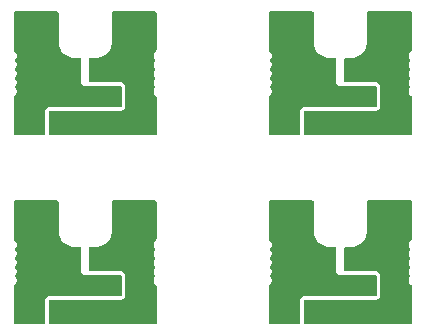
<source format=gbl>
G04 #@! TF.GenerationSoftware,KiCad,Pcbnew,(7.0.0-0)*
G04 #@! TF.CreationDate,2025-07-24T17:03:06+12:00*
G04 #@! TF.ProjectId,12V_light_panelized_X4,3132565f-6c69-4676-9874-5f70616e656c,rev?*
G04 #@! TF.SameCoordinates,Original*
G04 #@! TF.FileFunction,Copper,L2,Bot*
G04 #@! TF.FilePolarity,Positive*
%FSLAX46Y46*%
G04 Gerber Fmt 4.6, Leading zero omitted, Abs format (unit mm)*
G04 Created by KiCad (PCBNEW (7.0.0-0)) date 2025-07-24 17:03:06*
%MOMM*%
%LPD*%
G01*
G04 APERTURE LIST*
G04 #@! TA.AperFunction,ViaPad*
%ADD10C,0.600000*%
G04 #@! TD*
G04 APERTURE END LIST*
D10*
X145450000Y-73150000D03*
X150550000Y-70050000D03*
X142900000Y-67950000D03*
X153100000Y-67950000D03*
X145450000Y-72350000D03*
X142900000Y-68750000D03*
X150550000Y-70850000D03*
X153100000Y-68750000D03*
X174700000Y-68750000D03*
X174700000Y-67950000D03*
X172150000Y-70850000D03*
X164500000Y-68750000D03*
X167050000Y-72350000D03*
X164500000Y-67950000D03*
X172150000Y-70050000D03*
X167050000Y-73150000D03*
X167050000Y-89150000D03*
X172150000Y-86050000D03*
X164500000Y-83950000D03*
X167050000Y-88350000D03*
X164500000Y-84750000D03*
X172150000Y-86850000D03*
X174700000Y-83950000D03*
X174700000Y-84750000D03*
X142900000Y-84750000D03*
X142900000Y-83950000D03*
X150550000Y-86050000D03*
X150550000Y-86850000D03*
X145450000Y-89150000D03*
X145450000Y-88350000D03*
X153100000Y-84750000D03*
X153100000Y-83950000D03*
G04 #@! TA.AperFunction,Conductor*
G36*
X145700036Y-79263764D02*
G01*
X145736273Y-79300001D01*
X145749536Y-79349501D01*
X145749536Y-81899863D01*
X145749518Y-81900001D01*
X145749499Y-81900001D01*
X145749499Y-81998420D01*
X145750107Y-82002264D01*
X145750108Y-82002265D01*
X145779683Y-82188994D01*
X145779685Y-82189003D01*
X145780292Y-82192834D01*
X145781492Y-82196527D01*
X145781493Y-82196531D01*
X145838775Y-82372823D01*
X145841120Y-82380037D01*
X145842888Y-82383507D01*
X145842889Y-82383509D01*
X145928088Y-82550719D01*
X145930484Y-82555420D01*
X145932772Y-82558569D01*
X146017242Y-82674829D01*
X146046185Y-82714663D01*
X146185372Y-82853845D01*
X146344620Y-82969540D01*
X146520006Y-83058898D01*
X146707211Y-83119719D01*
X146901626Y-83150505D01*
X147000045Y-83150501D01*
X147551000Y-83150501D01*
X147600500Y-83163764D01*
X147636737Y-83200001D01*
X147650000Y-83249501D01*
X147650000Y-85450000D01*
X147679289Y-85520711D01*
X147750000Y-85550000D01*
X150980309Y-85550000D01*
X151018192Y-85557535D01*
X151032826Y-85563596D01*
X151064941Y-85585055D01*
X151086401Y-85617170D01*
X151092463Y-85631805D01*
X151100000Y-85669691D01*
X151100000Y-87230309D01*
X151092462Y-87268197D01*
X151089458Y-87275448D01*
X151086401Y-87282830D01*
X151064943Y-87314943D01*
X151032830Y-87336401D01*
X151025448Y-87339458D01*
X151018197Y-87342462D01*
X150980309Y-87350000D01*
X144700000Y-87350000D01*
X144690990Y-87353731D01*
X144690989Y-87353732D01*
X144638297Y-87375557D01*
X144638293Y-87375559D01*
X144629289Y-87379289D01*
X144625559Y-87388293D01*
X144625557Y-87388297D01*
X144603732Y-87440989D01*
X144600000Y-87450000D01*
X144600000Y-87459752D01*
X144600000Y-89650501D01*
X144586737Y-89700001D01*
X144550500Y-89736238D01*
X144501000Y-89749501D01*
X142049536Y-89749501D01*
X142000036Y-89736238D01*
X141963800Y-89700001D01*
X141950536Y-89650501D01*
X141950533Y-86490411D01*
X141959480Y-86449285D01*
X141984698Y-86415595D01*
X142082179Y-86331129D01*
X142159989Y-86210054D01*
X142200536Y-86071962D01*
X142200536Y-85928040D01*
X142159989Y-85789948D01*
X142088379Y-85678521D01*
X142072664Y-85624999D01*
X142088378Y-85571478D01*
X142159987Y-85460054D01*
X142200534Y-85321962D01*
X142200534Y-85178040D01*
X142159987Y-85039948D01*
X142088384Y-84928532D01*
X142072669Y-84875010D01*
X142088385Y-84821487D01*
X142159987Y-84710072D01*
X142200534Y-84571980D01*
X142200534Y-84428058D01*
X142159987Y-84289966D01*
X142088372Y-84178530D01*
X142072657Y-84125010D01*
X142088372Y-84071489D01*
X142159987Y-83960054D01*
X142200534Y-83821962D01*
X142200534Y-83678040D01*
X142159987Y-83539948D01*
X142088378Y-83428522D01*
X142072663Y-83375001D01*
X142088378Y-83321479D01*
X142159987Y-83210054D01*
X142200534Y-83071962D01*
X142200534Y-82928040D01*
X142159987Y-82789948D01*
X142149303Y-82773324D01*
X142086005Y-82674829D01*
X142086003Y-82674827D01*
X142082177Y-82668873D01*
X141984702Y-82584411D01*
X141959481Y-82550719D01*
X141950534Y-82509593D01*
X141950534Y-82499501D01*
X141950536Y-79349501D01*
X141963800Y-79300001D01*
X142000036Y-79263764D01*
X142049536Y-79250501D01*
X145650536Y-79250501D01*
X145700036Y-79263764D01*
G37*
G04 #@! TD.AperFunction*
G04 #@! TA.AperFunction,Conductor*
G36*
X154000036Y-79263764D02*
G01*
X154036272Y-79300001D01*
X154049536Y-79349501D01*
X154049539Y-82499501D01*
X154049539Y-82499967D01*
X154049538Y-82509600D01*
X154040590Y-82550721D01*
X154015369Y-82584409D01*
X153923244Y-82664235D01*
X153923239Y-82664240D01*
X153917893Y-82668873D01*
X153914069Y-82674823D01*
X153914064Y-82674829D01*
X153843911Y-82783990D01*
X153843908Y-82783995D01*
X153840083Y-82789948D01*
X153838089Y-82796738D01*
X153838088Y-82796741D01*
X153816287Y-82870989D01*
X153799536Y-82928040D01*
X153799536Y-83071962D01*
X153840083Y-83210054D01*
X153843910Y-83216009D01*
X153843911Y-83216011D01*
X153911691Y-83321479D01*
X153927407Y-83375002D01*
X153911691Y-83428525D01*
X153840085Y-83539948D01*
X153838091Y-83546738D01*
X153838090Y-83546741D01*
X153802438Y-83668163D01*
X153799538Y-83678040D01*
X153799538Y-83821962D01*
X153840085Y-83960054D01*
X153843912Y-83966009D01*
X153843913Y-83966011D01*
X153911686Y-84071468D01*
X153927402Y-84124991D01*
X153911687Y-84178514D01*
X153864923Y-84251280D01*
X153840085Y-84289930D01*
X153799538Y-84428022D01*
X153799538Y-84571944D01*
X153840085Y-84710036D01*
X153843912Y-84715991D01*
X153843913Y-84715993D01*
X153911698Y-84821469D01*
X153927414Y-84874992D01*
X153911698Y-84928515D01*
X153843913Y-85033990D01*
X153843910Y-85033995D01*
X153840085Y-85039948D01*
X153838091Y-85046738D01*
X153838090Y-85046741D01*
X153801532Y-85171248D01*
X153799538Y-85178040D01*
X153799538Y-85321962D01*
X153801532Y-85328753D01*
X153824304Y-85406310D01*
X153840085Y-85460054D01*
X153843912Y-85466009D01*
X153843913Y-85466011D01*
X153911692Y-85571478D01*
X153927408Y-85625001D01*
X153911692Y-85678524D01*
X153843913Y-85783990D01*
X153843910Y-85783995D01*
X153840085Y-85789948D01*
X153799538Y-85928040D01*
X153799538Y-86071962D01*
X153840085Y-86210054D01*
X153843912Y-86216009D01*
X153843913Y-86216011D01*
X153914066Y-86325172D01*
X153914068Y-86325175D01*
X153917895Y-86331129D01*
X153963069Y-86370272D01*
X154015368Y-86415590D01*
X154040591Y-86449283D01*
X154049537Y-86490409D01*
X154049536Y-89650501D01*
X154036273Y-89700001D01*
X154000036Y-89736238D01*
X153950536Y-89749501D01*
X145004500Y-89749501D01*
X144955000Y-89736238D01*
X144918763Y-89700001D01*
X144905500Y-89650501D01*
X144905500Y-87756413D01*
X144913026Y-87718552D01*
X144913586Y-87717199D01*
X144935056Y-87685056D01*
X144967197Y-87663587D01*
X144968551Y-87663026D01*
X145006413Y-87655500D01*
X150977872Y-87655500D01*
X150980309Y-87655500D01*
X151031293Y-87650476D01*
X151041000Y-87650000D01*
X151053721Y-87650000D01*
X151058579Y-87650000D01*
X151096847Y-87642388D01*
X151104954Y-87636970D01*
X151113964Y-87633239D01*
X151114028Y-87633395D01*
X151127552Y-87626999D01*
X151128204Y-87626801D01*
X151135104Y-87624708D01*
X151149737Y-87618647D01*
X151202561Y-87590412D01*
X151234674Y-87568954D01*
X151280964Y-87530964D01*
X151318954Y-87484674D01*
X151340412Y-87452561D01*
X151368647Y-87399737D01*
X151374708Y-87385104D01*
X151376998Y-87377552D01*
X151383395Y-87364028D01*
X151383239Y-87363964D01*
X151386970Y-87354954D01*
X151392388Y-87346847D01*
X151400000Y-87308579D01*
X151400000Y-87291000D01*
X151400477Y-87281293D01*
X151405261Y-87232734D01*
X151405500Y-87230309D01*
X151405500Y-85669691D01*
X151400477Y-85618701D01*
X151400000Y-85608996D01*
X151400000Y-85596279D01*
X151400000Y-85591421D01*
X151392388Y-85553153D01*
X151386971Y-85545046D01*
X151383240Y-85536038D01*
X151383395Y-85535973D01*
X151377001Y-85522452D01*
X151375412Y-85517216D01*
X151374708Y-85514895D01*
X151368646Y-85500260D01*
X151340410Y-85447435D01*
X151318950Y-85415320D01*
X151303450Y-85396435D01*
X151284050Y-85372797D01*
X151280960Y-85369032D01*
X151277195Y-85365942D01*
X151236552Y-85332587D01*
X151236545Y-85332582D01*
X151234670Y-85331043D01*
X151207946Y-85313186D01*
X151204576Y-85310934D01*
X151204569Y-85310930D01*
X151202555Y-85309584D01*
X151200420Y-85308443D01*
X151200412Y-85308438D01*
X151151875Y-85282495D01*
X151151864Y-85282490D01*
X151149726Y-85281347D01*
X151147473Y-85280414D01*
X151147467Y-85280411D01*
X151137341Y-85276217D01*
X151137332Y-85276213D01*
X151135092Y-85275286D01*
X151127543Y-85272996D01*
X151114027Y-85266603D01*
X151113962Y-85266761D01*
X151104956Y-85263030D01*
X151096847Y-85257612D01*
X151087283Y-85255709D01*
X151087282Y-85255709D01*
X151063342Y-85250947D01*
X151063337Y-85250946D01*
X151058579Y-85250000D01*
X151053721Y-85250000D01*
X151041017Y-85250000D01*
X151031315Y-85249523D01*
X150982742Y-85244739D01*
X150982729Y-85244738D01*
X150980309Y-85244500D01*
X150977868Y-85244500D01*
X148456413Y-85244500D01*
X148418495Y-85236950D01*
X148417142Y-85236389D01*
X148385044Y-85214930D01*
X148363596Y-85182825D01*
X148357536Y-85168195D01*
X148350000Y-85130309D01*
X148350000Y-83249501D01*
X148363263Y-83200001D01*
X148399500Y-83163764D01*
X148449000Y-83150501D01*
X148955872Y-83150501D01*
X148955875Y-83150502D01*
X148999915Y-83150501D01*
X149000045Y-83150518D01*
X149000045Y-83150536D01*
X149098462Y-83150533D01*
X149292872Y-83119735D01*
X149480070Y-83058904D01*
X149655448Y-82969539D01*
X149814688Y-82853840D01*
X149953868Y-82714655D01*
X150069562Y-82555411D01*
X150158921Y-82380030D01*
X150219745Y-82192829D01*
X150250536Y-81998418D01*
X150250536Y-81900001D01*
X150250536Y-81855831D01*
X150250536Y-79349501D01*
X150263799Y-79300001D01*
X150300036Y-79263764D01*
X150349536Y-79250501D01*
X153950536Y-79250501D01*
X154000036Y-79263764D01*
G37*
G04 #@! TD.AperFunction*
G04 #@! TA.AperFunction,Conductor*
G36*
X147669577Y-85273607D02*
G01*
X147726393Y-85385114D01*
X147814886Y-85473607D01*
X147926393Y-85530423D01*
X148050000Y-85550000D01*
X147650000Y-85550000D01*
X147650000Y-85150000D01*
X147669577Y-85273607D01*
G37*
G04 #@! TD.AperFunction*
G04 #@! TA.AperFunction,Conductor*
G36*
X144996156Y-87350608D02*
G01*
X144996153Y-87350609D01*
X144884087Y-87368358D01*
X144884084Y-87368358D01*
X144876393Y-87369577D01*
X144869455Y-87373111D01*
X144869452Y-87373113D01*
X144771825Y-87422857D01*
X144771823Y-87422858D01*
X144764886Y-87426393D01*
X144759382Y-87431896D01*
X144759379Y-87431899D01*
X144681899Y-87509379D01*
X144681896Y-87509382D01*
X144676393Y-87514886D01*
X144672858Y-87521823D01*
X144672857Y-87521825D01*
X144623113Y-87619452D01*
X144623111Y-87619455D01*
X144619577Y-87626393D01*
X144600000Y-87750000D01*
X144600000Y-87350000D01*
X145000000Y-87350000D01*
X144996156Y-87350608D01*
G37*
G04 #@! TD.AperFunction*
G04 #@! TA.AperFunction,Conductor*
G36*
X169269577Y-85273607D02*
G01*
X169326393Y-85385114D01*
X169414886Y-85473607D01*
X169526393Y-85530423D01*
X169650000Y-85550000D01*
X169250000Y-85550000D01*
X169250000Y-85150000D01*
X169269577Y-85273607D01*
G37*
G04 #@! TD.AperFunction*
G04 #@! TA.AperFunction,Conductor*
G36*
X167300000Y-79263763D02*
G01*
X167336237Y-79300000D01*
X167349500Y-79349500D01*
X167349500Y-81855830D01*
X167349500Y-81900000D01*
X167349500Y-81998417D01*
X167350108Y-82002261D01*
X167350109Y-82002263D01*
X167379681Y-82188979D01*
X167379683Y-82188987D01*
X167380291Y-82192826D01*
X167381492Y-82196523D01*
X167381493Y-82196526D01*
X167439913Y-82376325D01*
X167439916Y-82376333D01*
X167441116Y-82380025D01*
X167442881Y-82383490D01*
X167442882Y-82383491D01*
X167528087Y-82550718D01*
X167530476Y-82555405D01*
X167646172Y-82714646D01*
X167785354Y-82853828D01*
X167944595Y-82969524D01*
X168119975Y-83058884D01*
X168307174Y-83119709D01*
X168501583Y-83150500D01*
X168505476Y-83150500D01*
X169151000Y-83150500D01*
X169200500Y-83163763D01*
X169236737Y-83200000D01*
X169250000Y-83249500D01*
X169250000Y-85450000D01*
X169279289Y-85520711D01*
X169350000Y-85550000D01*
X172580309Y-85550000D01*
X172618192Y-85557535D01*
X172632826Y-85563596D01*
X172664941Y-85585055D01*
X172686401Y-85617170D01*
X172692463Y-85631805D01*
X172700000Y-85669691D01*
X172700000Y-87230309D01*
X172692462Y-87268197D01*
X172689458Y-87275448D01*
X172686401Y-87282830D01*
X172664943Y-87314943D01*
X172632830Y-87336401D01*
X172625448Y-87339458D01*
X172618197Y-87342462D01*
X172580309Y-87350000D01*
X166300000Y-87350000D01*
X166290990Y-87353731D01*
X166290989Y-87353732D01*
X166238297Y-87375557D01*
X166238293Y-87375559D01*
X166229289Y-87379289D01*
X166225559Y-87388293D01*
X166225557Y-87388297D01*
X166203732Y-87440989D01*
X166200000Y-87450000D01*
X166200000Y-87459752D01*
X166200000Y-89650500D01*
X166186737Y-89700000D01*
X166150500Y-89736237D01*
X166101000Y-89749500D01*
X163649500Y-89749500D01*
X163600000Y-89736237D01*
X163563764Y-89700000D01*
X163550500Y-89650500D01*
X163550497Y-86490410D01*
X163559444Y-86449284D01*
X163584662Y-86415594D01*
X163682143Y-86331128D01*
X163759953Y-86210053D01*
X163800500Y-86071961D01*
X163800500Y-85928039D01*
X163759953Y-85789947D01*
X163688343Y-85678520D01*
X163672628Y-85624998D01*
X163688342Y-85571477D01*
X163759951Y-85460053D01*
X163800498Y-85321961D01*
X163800498Y-85178039D01*
X163759951Y-85039947D01*
X163688348Y-84928531D01*
X163672633Y-84875009D01*
X163688349Y-84821486D01*
X163759951Y-84710071D01*
X163800498Y-84571979D01*
X163800498Y-84428057D01*
X163759951Y-84289965D01*
X163688336Y-84178529D01*
X163672621Y-84125009D01*
X163688336Y-84071488D01*
X163759951Y-83960053D01*
X163800498Y-83821961D01*
X163800498Y-83678039D01*
X163759951Y-83539947D01*
X163688342Y-83428521D01*
X163672627Y-83375000D01*
X163688342Y-83321478D01*
X163759951Y-83210053D01*
X163800498Y-83071961D01*
X163800498Y-82928039D01*
X163759951Y-82789947D01*
X163682141Y-82668872D01*
X163584666Y-82584410D01*
X163559445Y-82550718D01*
X163550498Y-82509592D01*
X163550498Y-82499500D01*
X163550500Y-79349500D01*
X163563764Y-79300000D01*
X163600000Y-79263763D01*
X163649500Y-79250500D01*
X167250500Y-79250500D01*
X167300000Y-79263763D01*
G37*
G04 #@! TD.AperFunction*
G04 #@! TA.AperFunction,Conductor*
G36*
X175600000Y-79263763D02*
G01*
X175636236Y-79300000D01*
X175649500Y-79349500D01*
X175649503Y-82499500D01*
X175649503Y-82499966D01*
X175649502Y-82509599D01*
X175640554Y-82550720D01*
X175615333Y-82584408D01*
X175523208Y-82664234D01*
X175523203Y-82664239D01*
X175517857Y-82668872D01*
X175514033Y-82674822D01*
X175514028Y-82674828D01*
X175443875Y-82783989D01*
X175443872Y-82783994D01*
X175440047Y-82789947D01*
X175438053Y-82796737D01*
X175438052Y-82796740D01*
X175416251Y-82870988D01*
X175399500Y-82928039D01*
X175399500Y-83071961D01*
X175440047Y-83210053D01*
X175443874Y-83216008D01*
X175443875Y-83216010D01*
X175511655Y-83321478D01*
X175527371Y-83375001D01*
X175511655Y-83428524D01*
X175440049Y-83539947D01*
X175438055Y-83546737D01*
X175438054Y-83546740D01*
X175402402Y-83668162D01*
X175399502Y-83678039D01*
X175399502Y-83821961D01*
X175440049Y-83960053D01*
X175443876Y-83966008D01*
X175443877Y-83966010D01*
X175511650Y-84071467D01*
X175527366Y-84124990D01*
X175511651Y-84178513D01*
X175464887Y-84251279D01*
X175440049Y-84289929D01*
X175399502Y-84428021D01*
X175399502Y-84571943D01*
X175440049Y-84710035D01*
X175443876Y-84715990D01*
X175443877Y-84715992D01*
X175511662Y-84821468D01*
X175527378Y-84874991D01*
X175511662Y-84928514D01*
X175443877Y-85033989D01*
X175443874Y-85033994D01*
X175440049Y-85039947D01*
X175438055Y-85046737D01*
X175438054Y-85046740D01*
X175402402Y-85168163D01*
X175399502Y-85178039D01*
X175399502Y-85321961D01*
X175401496Y-85328752D01*
X175435751Y-85445417D01*
X175440049Y-85460053D01*
X175443876Y-85466008D01*
X175443877Y-85466010D01*
X175511656Y-85571477D01*
X175527372Y-85625000D01*
X175511656Y-85678523D01*
X175443877Y-85783989D01*
X175443874Y-85783994D01*
X175440049Y-85789947D01*
X175399502Y-85928039D01*
X175399502Y-86071961D01*
X175440049Y-86210053D01*
X175443876Y-86216008D01*
X175443877Y-86216010D01*
X175514030Y-86325171D01*
X175514032Y-86325174D01*
X175517859Y-86331128D01*
X175563033Y-86370271D01*
X175615332Y-86415589D01*
X175640555Y-86449282D01*
X175649501Y-86490408D01*
X175649500Y-89650500D01*
X175636237Y-89700000D01*
X175600000Y-89736237D01*
X175550500Y-89749500D01*
X166604500Y-89749500D01*
X166555000Y-89736237D01*
X166518763Y-89700000D01*
X166505500Y-89650500D01*
X166505500Y-87756413D01*
X166513026Y-87718552D01*
X166513586Y-87717199D01*
X166535056Y-87685056D01*
X166567197Y-87663587D01*
X166568551Y-87663026D01*
X166606413Y-87655500D01*
X172577872Y-87655500D01*
X172580309Y-87655500D01*
X172631293Y-87650476D01*
X172641000Y-87650000D01*
X172653721Y-87650000D01*
X172658579Y-87650000D01*
X172696847Y-87642388D01*
X172704954Y-87636970D01*
X172713964Y-87633239D01*
X172714028Y-87633395D01*
X172727552Y-87626999D01*
X172728204Y-87626801D01*
X172735104Y-87624708D01*
X172749737Y-87618647D01*
X172802561Y-87590412D01*
X172834674Y-87568954D01*
X172880964Y-87530964D01*
X172918954Y-87484674D01*
X172940412Y-87452561D01*
X172968647Y-87399737D01*
X172974708Y-87385104D01*
X172976998Y-87377552D01*
X172983395Y-87364028D01*
X172983239Y-87363964D01*
X172986970Y-87354954D01*
X172992388Y-87346847D01*
X173000000Y-87308579D01*
X173000000Y-87291000D01*
X173000477Y-87281293D01*
X173005261Y-87232734D01*
X173005500Y-87230309D01*
X173005500Y-85669691D01*
X173000477Y-85618701D01*
X173000000Y-85608996D01*
X173000000Y-85596279D01*
X173000000Y-85591421D01*
X172992388Y-85553153D01*
X172986971Y-85545046D01*
X172983240Y-85536038D01*
X172983395Y-85535973D01*
X172977001Y-85522452D01*
X172975412Y-85517216D01*
X172974708Y-85514895D01*
X172968646Y-85500260D01*
X172940410Y-85447435D01*
X172918950Y-85415320D01*
X172911554Y-85406309D01*
X172884050Y-85372797D01*
X172880960Y-85369032D01*
X172877195Y-85365942D01*
X172836552Y-85332587D01*
X172836545Y-85332582D01*
X172834670Y-85331043D01*
X172832644Y-85329689D01*
X172804576Y-85310934D01*
X172804569Y-85310930D01*
X172802555Y-85309584D01*
X172800420Y-85308443D01*
X172800412Y-85308438D01*
X172751875Y-85282495D01*
X172751864Y-85282490D01*
X172749726Y-85281347D01*
X172747473Y-85280414D01*
X172747467Y-85280411D01*
X172737341Y-85276217D01*
X172737332Y-85276213D01*
X172735092Y-85275286D01*
X172727543Y-85272996D01*
X172714027Y-85266603D01*
X172713962Y-85266761D01*
X172704956Y-85263030D01*
X172696847Y-85257612D01*
X172687283Y-85255709D01*
X172687282Y-85255709D01*
X172663342Y-85250947D01*
X172663337Y-85250946D01*
X172658579Y-85250000D01*
X172653721Y-85250000D01*
X172641017Y-85250000D01*
X172631315Y-85249523D01*
X172582742Y-85244739D01*
X172582729Y-85244738D01*
X172580309Y-85244500D01*
X172577868Y-85244500D01*
X170056413Y-85244500D01*
X170018495Y-85236950D01*
X170017142Y-85236389D01*
X169985044Y-85214930D01*
X169963596Y-85182825D01*
X169957535Y-85168192D01*
X169950000Y-85130309D01*
X169950000Y-83249500D01*
X169963263Y-83200000D01*
X169999500Y-83163763D01*
X170049000Y-83150500D01*
X170694524Y-83150500D01*
X170698417Y-83150500D01*
X170892826Y-83119709D01*
X171080025Y-83058884D01*
X171255405Y-82969524D01*
X171414646Y-82853828D01*
X171553828Y-82714646D01*
X171669524Y-82555405D01*
X171758884Y-82380025D01*
X171819709Y-82192826D01*
X171850500Y-81998417D01*
X171850500Y-81900000D01*
X171850500Y-81855830D01*
X171850500Y-79349500D01*
X171863763Y-79300000D01*
X171900000Y-79263763D01*
X171949500Y-79250500D01*
X175550500Y-79250500D01*
X175600000Y-79263763D01*
G37*
G04 #@! TD.AperFunction*
G04 #@! TA.AperFunction,Conductor*
G36*
X166596156Y-87350608D02*
G01*
X166596153Y-87350609D01*
X166484087Y-87368358D01*
X166484084Y-87368358D01*
X166476393Y-87369577D01*
X166469455Y-87373111D01*
X166469452Y-87373113D01*
X166371825Y-87422857D01*
X166371823Y-87422858D01*
X166364886Y-87426393D01*
X166359382Y-87431896D01*
X166359379Y-87431899D01*
X166281899Y-87509379D01*
X166281896Y-87509382D01*
X166276393Y-87514886D01*
X166272858Y-87521823D01*
X166272857Y-87521825D01*
X166223113Y-87619452D01*
X166223111Y-87619455D01*
X166219577Y-87626393D01*
X166200000Y-87750000D01*
X166200000Y-87350000D01*
X166600000Y-87350000D01*
X166596156Y-87350608D01*
G37*
G04 #@! TD.AperFunction*
G04 #@! TA.AperFunction,Conductor*
G36*
X166596156Y-71350608D02*
G01*
X166596153Y-71350609D01*
X166484087Y-71368358D01*
X166484084Y-71368358D01*
X166476393Y-71369577D01*
X166469455Y-71373111D01*
X166469452Y-71373113D01*
X166371825Y-71422857D01*
X166371823Y-71422858D01*
X166364886Y-71426393D01*
X166359382Y-71431896D01*
X166359379Y-71431899D01*
X166281899Y-71509379D01*
X166281896Y-71509382D01*
X166276393Y-71514886D01*
X166272858Y-71521823D01*
X166272857Y-71521825D01*
X166223113Y-71619452D01*
X166223111Y-71619455D01*
X166219577Y-71626393D01*
X166200000Y-71750000D01*
X166200000Y-71350000D01*
X166600000Y-71350000D01*
X166596156Y-71350608D01*
G37*
G04 #@! TD.AperFunction*
G04 #@! TA.AperFunction,Conductor*
G36*
X167300035Y-63263801D02*
G01*
X167336272Y-63300038D01*
X167349535Y-63349538D01*
X167349535Y-65855875D01*
X167349534Y-65855878D01*
X167349534Y-65855884D01*
X167349534Y-65855885D01*
X167349534Y-65899779D01*
X167349499Y-65900048D01*
X167349462Y-65900048D01*
X167349462Y-65900333D01*
X167349462Y-65900334D01*
X167349465Y-65994574D01*
X167349465Y-65994584D01*
X167349466Y-65998467D01*
X167350073Y-66002300D01*
X167350074Y-66002309D01*
X167374919Y-66159138D01*
X167380265Y-66192881D01*
X167381468Y-66196583D01*
X167381469Y-66196587D01*
X167438751Y-66372860D01*
X167441099Y-66380083D01*
X167442864Y-66383548D01*
X167442868Y-66383556D01*
X167479714Y-66455863D01*
X167530468Y-66555464D01*
X167539177Y-66567450D01*
X167612897Y-66668910D01*
X167646173Y-66714706D01*
X167785364Y-66853887D01*
X167944614Y-66969580D01*
X168120001Y-67058936D01*
X168307208Y-67119756D01*
X168501624Y-67150542D01*
X168600044Y-67150538D01*
X169151000Y-67150538D01*
X169200500Y-67163801D01*
X169236737Y-67200038D01*
X169250000Y-67249538D01*
X169250000Y-69450000D01*
X169253731Y-69459009D01*
X169253732Y-69459010D01*
X169256645Y-69466044D01*
X169279289Y-69520711D01*
X169350000Y-69550000D01*
X172580309Y-69550000D01*
X172618192Y-69557535D01*
X172632826Y-69563596D01*
X172664941Y-69585055D01*
X172686401Y-69617170D01*
X172692463Y-69631805D01*
X172700000Y-69669691D01*
X172700000Y-71230309D01*
X172692462Y-71268197D01*
X172689458Y-71275448D01*
X172686401Y-71282830D01*
X172664943Y-71314943D01*
X172632830Y-71336401D01*
X172625448Y-71339458D01*
X172618197Y-71342462D01*
X172580309Y-71350000D01*
X166300000Y-71350000D01*
X166290990Y-71353731D01*
X166290989Y-71353732D01*
X166238297Y-71375557D01*
X166238293Y-71375559D01*
X166229289Y-71379289D01*
X166225559Y-71388293D01*
X166225557Y-71388297D01*
X166203732Y-71440989D01*
X166200000Y-71450000D01*
X166200000Y-71459752D01*
X166200000Y-73650538D01*
X166186737Y-73700038D01*
X166150500Y-73736275D01*
X166101000Y-73749538D01*
X163649535Y-73749538D01*
X163600035Y-73736275D01*
X163563799Y-73700038D01*
X163550535Y-73650538D01*
X163550532Y-70490448D01*
X163559479Y-70449322D01*
X163584697Y-70415632D01*
X163682178Y-70331166D01*
X163759988Y-70210091D01*
X163800535Y-70071999D01*
X163800535Y-69928077D01*
X163759988Y-69789985D01*
X163688378Y-69678558D01*
X163672663Y-69625036D01*
X163688377Y-69571515D01*
X163759986Y-69460091D01*
X163800533Y-69321999D01*
X163800533Y-69178077D01*
X163759986Y-69039985D01*
X163688383Y-68928569D01*
X163672668Y-68875047D01*
X163688384Y-68821524D01*
X163759986Y-68710109D01*
X163800533Y-68572017D01*
X163800533Y-68428095D01*
X163759986Y-68290003D01*
X163688371Y-68178567D01*
X163672656Y-68125047D01*
X163688371Y-68071526D01*
X163759986Y-67960091D01*
X163800533Y-67821999D01*
X163800533Y-67678077D01*
X163759986Y-67539985D01*
X163688377Y-67428559D01*
X163672662Y-67375038D01*
X163688377Y-67321516D01*
X163759986Y-67210091D01*
X163800533Y-67071999D01*
X163800533Y-66928077D01*
X163759986Y-66789985D01*
X163682176Y-66668910D01*
X163584701Y-66584448D01*
X163559480Y-66550756D01*
X163550533Y-66509630D01*
X163550533Y-66499538D01*
X163550535Y-63349538D01*
X163563799Y-63300038D01*
X163600035Y-63263801D01*
X163649535Y-63250538D01*
X167250535Y-63250538D01*
X167300035Y-63263801D01*
G37*
G04 #@! TD.AperFunction*
G04 #@! TA.AperFunction,Conductor*
G36*
X169269577Y-69273607D02*
G01*
X169326393Y-69385114D01*
X169414886Y-69473607D01*
X169526393Y-69530423D01*
X169650000Y-69550000D01*
X169250000Y-69550000D01*
X169250000Y-69150000D01*
X169269577Y-69273607D01*
G37*
G04 #@! TD.AperFunction*
G04 #@! TA.AperFunction,Conductor*
G36*
X175600035Y-63263801D02*
G01*
X175636271Y-63300038D01*
X175649535Y-63349538D01*
X175649538Y-66499538D01*
X175649538Y-66500004D01*
X175649537Y-66509637D01*
X175640589Y-66550758D01*
X175615368Y-66584446D01*
X175523243Y-66664272D01*
X175523238Y-66664277D01*
X175517892Y-66668910D01*
X175514068Y-66674860D01*
X175514063Y-66674866D01*
X175443910Y-66784027D01*
X175443907Y-66784032D01*
X175440082Y-66789985D01*
X175438088Y-66796775D01*
X175438087Y-66796778D01*
X175416286Y-66871026D01*
X175399535Y-66928077D01*
X175399535Y-67071999D01*
X175440082Y-67210091D01*
X175443909Y-67216046D01*
X175443910Y-67216048D01*
X175511690Y-67321516D01*
X175527406Y-67375039D01*
X175511690Y-67428562D01*
X175440084Y-67539985D01*
X175438090Y-67546775D01*
X175438089Y-67546778D01*
X175402437Y-67668200D01*
X175399537Y-67678077D01*
X175399537Y-67821999D01*
X175440084Y-67960091D01*
X175443911Y-67966046D01*
X175443912Y-67966048D01*
X175511685Y-68071505D01*
X175527401Y-68125028D01*
X175511686Y-68178551D01*
X175464922Y-68251317D01*
X175440084Y-68289967D01*
X175399537Y-68428059D01*
X175399537Y-68571981D01*
X175440084Y-68710073D01*
X175443911Y-68716028D01*
X175443912Y-68716030D01*
X175511697Y-68821506D01*
X175527413Y-68875029D01*
X175511697Y-68928552D01*
X175443912Y-69034027D01*
X175443909Y-69034032D01*
X175440084Y-69039985D01*
X175438090Y-69046775D01*
X175438089Y-69046778D01*
X175402437Y-69168201D01*
X175399537Y-69178077D01*
X175399537Y-69321999D01*
X175401531Y-69328790D01*
X175424303Y-69406347D01*
X175440084Y-69460091D01*
X175443911Y-69466046D01*
X175443912Y-69466048D01*
X175511691Y-69571515D01*
X175527407Y-69625038D01*
X175511691Y-69678561D01*
X175443912Y-69784027D01*
X175443909Y-69784032D01*
X175440084Y-69789985D01*
X175399537Y-69928077D01*
X175399537Y-70071999D01*
X175440084Y-70210091D01*
X175443911Y-70216046D01*
X175443912Y-70216048D01*
X175514065Y-70325209D01*
X175514067Y-70325212D01*
X175517894Y-70331166D01*
X175563068Y-70370309D01*
X175615367Y-70415627D01*
X175640590Y-70449320D01*
X175649536Y-70490446D01*
X175649535Y-73650538D01*
X175636272Y-73700038D01*
X175600035Y-73736275D01*
X175550535Y-73749538D01*
X166604500Y-73749538D01*
X166555000Y-73736275D01*
X166518763Y-73700038D01*
X166505500Y-73650538D01*
X166505500Y-71781831D01*
X166506718Y-71766348D01*
X166510456Y-71742747D01*
X166525207Y-71704318D01*
X166554317Y-71675207D01*
X166592746Y-71660456D01*
X166616353Y-71656717D01*
X166631829Y-71655500D01*
X172577872Y-71655500D01*
X172580309Y-71655500D01*
X172631293Y-71650476D01*
X172641000Y-71650000D01*
X172653721Y-71650000D01*
X172658579Y-71650000D01*
X172696847Y-71642388D01*
X172704954Y-71636970D01*
X172713964Y-71633239D01*
X172714028Y-71633395D01*
X172727552Y-71626999D01*
X172728204Y-71626801D01*
X172735104Y-71624708D01*
X172749737Y-71618647D01*
X172802561Y-71590412D01*
X172834674Y-71568954D01*
X172880964Y-71530964D01*
X172918954Y-71484674D01*
X172940412Y-71452561D01*
X172968647Y-71399737D01*
X172974708Y-71385104D01*
X172976998Y-71377552D01*
X172983395Y-71364028D01*
X172983239Y-71363964D01*
X172986970Y-71354954D01*
X172992388Y-71346847D01*
X173000000Y-71308579D01*
X173000000Y-71291000D01*
X173000477Y-71281293D01*
X173005261Y-71232734D01*
X173005500Y-71230309D01*
X173005500Y-69669691D01*
X173000477Y-69618701D01*
X173000000Y-69608996D01*
X173000000Y-69596279D01*
X173000000Y-69591421D01*
X172992388Y-69553153D01*
X172986971Y-69545046D01*
X172983240Y-69536038D01*
X172983395Y-69535973D01*
X172977001Y-69522452D01*
X172975412Y-69517216D01*
X172974708Y-69514895D01*
X172968646Y-69500260D01*
X172940410Y-69447435D01*
X172918950Y-69415320D01*
X172880960Y-69369032D01*
X172867859Y-69358280D01*
X172836552Y-69332587D01*
X172836545Y-69332582D01*
X172834670Y-69331043D01*
X172832644Y-69329689D01*
X172804576Y-69310934D01*
X172804569Y-69310930D01*
X172802555Y-69309584D01*
X172800420Y-69308443D01*
X172800412Y-69308438D01*
X172751875Y-69282495D01*
X172751864Y-69282490D01*
X172749726Y-69281347D01*
X172747473Y-69280414D01*
X172747467Y-69280411D01*
X172737341Y-69276217D01*
X172737332Y-69276213D01*
X172735092Y-69275286D01*
X172727543Y-69272996D01*
X172714027Y-69266603D01*
X172713962Y-69266761D01*
X172704956Y-69263030D01*
X172696847Y-69257612D01*
X172687283Y-69255709D01*
X172687282Y-69255709D01*
X172663342Y-69250947D01*
X172663337Y-69250946D01*
X172658579Y-69250000D01*
X172653721Y-69250000D01*
X172641017Y-69250000D01*
X172631315Y-69249523D01*
X172582742Y-69244739D01*
X172582729Y-69244738D01*
X172580309Y-69244500D01*
X172577868Y-69244500D01*
X170056413Y-69244500D01*
X170018495Y-69236950D01*
X170017142Y-69236389D01*
X169985044Y-69214930D01*
X169963596Y-69182825D01*
X169957536Y-69168195D01*
X169950000Y-69130309D01*
X169950000Y-67249538D01*
X169963263Y-67200038D01*
X169999500Y-67163801D01*
X170049000Y-67150538D01*
X170555871Y-67150538D01*
X170555874Y-67150539D01*
X170600044Y-67150538D01*
X170624709Y-67150538D01*
X170624725Y-67150534D01*
X170624729Y-67150533D01*
X170698458Y-67150532D01*
X170892864Y-67119736D01*
X171080058Y-67058908D01*
X171255433Y-66969547D01*
X171414671Y-66853853D01*
X171553851Y-66714674D01*
X171669545Y-66555437D01*
X171758907Y-66380062D01*
X171819735Y-66192867D01*
X171850532Y-65998462D01*
X171850534Y-65924715D01*
X171850535Y-65924712D01*
X171850535Y-65899779D01*
X171850536Y-65855878D01*
X171850535Y-65855875D01*
X171850535Y-63349538D01*
X171863798Y-63300038D01*
X171900035Y-63263801D01*
X171949535Y-63250538D01*
X175550535Y-63250538D01*
X175600035Y-63263801D01*
G37*
G04 #@! TD.AperFunction*
G04 #@! TA.AperFunction,Conductor*
G36*
X147669577Y-69273607D02*
G01*
X147726393Y-69385114D01*
X147814886Y-69473607D01*
X147926393Y-69530423D01*
X148050000Y-69550000D01*
X147650000Y-69550000D01*
X147650000Y-69150000D01*
X147669577Y-69273607D01*
G37*
G04 #@! TD.AperFunction*
G04 #@! TA.AperFunction,Conductor*
G36*
X145700036Y-63263764D02*
G01*
X145736273Y-63300001D01*
X145749536Y-63349501D01*
X145749536Y-65899863D01*
X145749518Y-65900001D01*
X145749499Y-65900001D01*
X145749499Y-65998420D01*
X145750107Y-66002264D01*
X145750108Y-66002265D01*
X145779683Y-66188994D01*
X145779685Y-66189003D01*
X145780292Y-66192834D01*
X145781492Y-66196527D01*
X145781493Y-66196531D01*
X145838775Y-66372823D01*
X145841120Y-66380037D01*
X145842888Y-66383507D01*
X145842889Y-66383509D01*
X145928088Y-66550719D01*
X145930484Y-66555420D01*
X145932772Y-66558569D01*
X146017242Y-66674829D01*
X146046185Y-66714663D01*
X146185372Y-66853845D01*
X146344620Y-66969540D01*
X146520006Y-67058898D01*
X146707211Y-67119719D01*
X146901626Y-67150505D01*
X147000045Y-67150501D01*
X147551000Y-67150501D01*
X147600500Y-67163764D01*
X147636737Y-67200001D01*
X147650000Y-67249501D01*
X147650000Y-69450000D01*
X147679289Y-69520711D01*
X147750000Y-69550000D01*
X150980309Y-69550000D01*
X151018192Y-69557535D01*
X151032826Y-69563596D01*
X151064941Y-69585055D01*
X151086401Y-69617170D01*
X151092463Y-69631805D01*
X151100000Y-69669691D01*
X151100000Y-71230309D01*
X151092462Y-71268197D01*
X151089458Y-71275448D01*
X151086401Y-71282830D01*
X151064943Y-71314943D01*
X151032830Y-71336401D01*
X151025448Y-71339458D01*
X151018197Y-71342462D01*
X150980309Y-71350000D01*
X144700000Y-71350000D01*
X144690990Y-71353731D01*
X144690989Y-71353732D01*
X144638297Y-71375557D01*
X144638293Y-71375559D01*
X144629289Y-71379289D01*
X144625559Y-71388293D01*
X144625557Y-71388297D01*
X144603732Y-71440989D01*
X144600000Y-71450000D01*
X144600000Y-71459752D01*
X144600000Y-73650501D01*
X144586737Y-73700001D01*
X144550500Y-73736238D01*
X144501000Y-73749501D01*
X142049536Y-73749501D01*
X142000036Y-73736238D01*
X141963800Y-73700001D01*
X141950536Y-73650501D01*
X141950533Y-70490411D01*
X141959480Y-70449285D01*
X141984698Y-70415595D01*
X142082179Y-70331129D01*
X142159989Y-70210054D01*
X142200536Y-70071962D01*
X142200536Y-69928040D01*
X142159989Y-69789948D01*
X142088379Y-69678521D01*
X142072664Y-69624999D01*
X142088378Y-69571478D01*
X142159987Y-69460054D01*
X142200534Y-69321962D01*
X142200534Y-69178040D01*
X142159987Y-69039948D01*
X142088384Y-68928532D01*
X142072669Y-68875010D01*
X142088385Y-68821487D01*
X142159987Y-68710072D01*
X142200534Y-68571980D01*
X142200534Y-68428058D01*
X142159987Y-68289966D01*
X142088372Y-68178530D01*
X142072657Y-68125010D01*
X142088372Y-68071489D01*
X142159987Y-67960054D01*
X142200534Y-67821962D01*
X142200534Y-67678040D01*
X142159987Y-67539948D01*
X142088379Y-67428523D01*
X142072663Y-67375000D01*
X142088377Y-67321480D01*
X142159987Y-67210054D01*
X142200534Y-67071962D01*
X142200534Y-66928040D01*
X142159987Y-66789948D01*
X142149303Y-66773324D01*
X142086005Y-66674829D01*
X142086003Y-66674827D01*
X142082177Y-66668873D01*
X141984702Y-66584411D01*
X141959481Y-66550719D01*
X141950534Y-66509593D01*
X141950534Y-66499501D01*
X141950536Y-63349501D01*
X141963800Y-63300001D01*
X142000036Y-63263764D01*
X142049536Y-63250501D01*
X145650536Y-63250501D01*
X145700036Y-63263764D01*
G37*
G04 #@! TD.AperFunction*
G04 #@! TA.AperFunction,Conductor*
G36*
X144996156Y-71350608D02*
G01*
X144996153Y-71350609D01*
X144884087Y-71368358D01*
X144884084Y-71368358D01*
X144876393Y-71369577D01*
X144869455Y-71373111D01*
X144869452Y-71373113D01*
X144771825Y-71422857D01*
X144771823Y-71422858D01*
X144764886Y-71426393D01*
X144759382Y-71431896D01*
X144759379Y-71431899D01*
X144681899Y-71509379D01*
X144681896Y-71509382D01*
X144676393Y-71514886D01*
X144672858Y-71521823D01*
X144672857Y-71521825D01*
X144623113Y-71619452D01*
X144623111Y-71619455D01*
X144619577Y-71626393D01*
X144600000Y-71750000D01*
X144600000Y-71350000D01*
X145000000Y-71350000D01*
X144996156Y-71350608D01*
G37*
G04 #@! TD.AperFunction*
G04 #@! TA.AperFunction,Conductor*
G36*
X154000036Y-63263764D02*
G01*
X154036272Y-63300001D01*
X154049536Y-63349501D01*
X154049539Y-66499501D01*
X154049539Y-66499967D01*
X154049538Y-66509600D01*
X154040590Y-66550721D01*
X154015369Y-66584409D01*
X153923244Y-66664235D01*
X153923239Y-66664240D01*
X153917893Y-66668873D01*
X153914069Y-66674823D01*
X153914064Y-66674829D01*
X153843911Y-66783990D01*
X153843908Y-66783995D01*
X153840083Y-66789948D01*
X153838089Y-66796738D01*
X153838088Y-66796741D01*
X153816287Y-66870989D01*
X153799536Y-66928040D01*
X153799536Y-67071962D01*
X153840083Y-67210054D01*
X153843910Y-67216009D01*
X153843911Y-67216011D01*
X153911691Y-67321479D01*
X153927407Y-67375002D01*
X153911691Y-67428525D01*
X153840085Y-67539948D01*
X153838091Y-67546738D01*
X153838090Y-67546741D01*
X153801532Y-67671248D01*
X153799538Y-67678040D01*
X153799538Y-67821962D01*
X153840085Y-67960054D01*
X153843912Y-67966009D01*
X153843913Y-67966011D01*
X153911686Y-68071469D01*
X153927402Y-68124992D01*
X153911686Y-68178515D01*
X153843913Y-68283972D01*
X153843910Y-68283977D01*
X153840085Y-68289930D01*
X153799538Y-68428022D01*
X153799538Y-68571944D01*
X153840085Y-68710036D01*
X153843912Y-68715991D01*
X153843913Y-68715993D01*
X153911698Y-68821469D01*
X153927414Y-68874992D01*
X153911698Y-68928515D01*
X153843913Y-69033990D01*
X153843910Y-69033995D01*
X153840085Y-69039948D01*
X153838091Y-69046738D01*
X153838090Y-69046741D01*
X153801532Y-69171248D01*
X153799538Y-69178040D01*
X153799538Y-69321962D01*
X153801532Y-69328753D01*
X153824304Y-69406310D01*
X153840085Y-69460054D01*
X153843912Y-69466009D01*
X153843913Y-69466011D01*
X153911692Y-69571478D01*
X153927408Y-69625001D01*
X153911692Y-69678524D01*
X153843913Y-69783990D01*
X153843910Y-69783995D01*
X153840085Y-69789948D01*
X153799538Y-69928040D01*
X153799538Y-70071962D01*
X153840085Y-70210054D01*
X153843912Y-70216009D01*
X153843913Y-70216011D01*
X153914066Y-70325172D01*
X153914068Y-70325175D01*
X153917895Y-70331129D01*
X153963069Y-70370272D01*
X154015368Y-70415590D01*
X154040591Y-70449283D01*
X154049537Y-70490409D01*
X154049536Y-73650501D01*
X154036273Y-73700001D01*
X154000036Y-73736238D01*
X153950536Y-73749501D01*
X145004500Y-73749501D01*
X144955000Y-73736238D01*
X144918763Y-73700001D01*
X144905500Y-73650501D01*
X144905500Y-71781831D01*
X144906718Y-71766348D01*
X144910456Y-71742747D01*
X144925207Y-71704318D01*
X144954317Y-71675207D01*
X144992746Y-71660456D01*
X145016353Y-71656717D01*
X145031829Y-71655500D01*
X150977872Y-71655500D01*
X150980309Y-71655500D01*
X151031293Y-71650476D01*
X151041000Y-71650000D01*
X151053721Y-71650000D01*
X151058579Y-71650000D01*
X151096847Y-71642388D01*
X151104954Y-71636970D01*
X151113964Y-71633239D01*
X151114028Y-71633395D01*
X151127552Y-71626999D01*
X151128204Y-71626801D01*
X151135104Y-71624708D01*
X151149737Y-71618647D01*
X151202561Y-71590412D01*
X151234674Y-71568954D01*
X151280964Y-71530964D01*
X151318954Y-71484674D01*
X151340412Y-71452561D01*
X151368647Y-71399737D01*
X151374708Y-71385104D01*
X151376998Y-71377552D01*
X151383395Y-71364028D01*
X151383239Y-71363964D01*
X151386970Y-71354954D01*
X151392388Y-71346847D01*
X151400000Y-71308579D01*
X151400000Y-71291000D01*
X151400477Y-71281293D01*
X151405261Y-71232734D01*
X151405500Y-71230309D01*
X151405500Y-69669691D01*
X151400477Y-69618701D01*
X151400000Y-69608996D01*
X151400000Y-69596279D01*
X151400000Y-69591421D01*
X151392388Y-69553153D01*
X151386971Y-69545046D01*
X151383240Y-69536038D01*
X151383395Y-69535973D01*
X151377001Y-69522452D01*
X151375412Y-69517216D01*
X151374708Y-69514895D01*
X151368646Y-69500260D01*
X151340410Y-69447435D01*
X151318950Y-69415320D01*
X151303450Y-69396435D01*
X151284050Y-69372797D01*
X151280960Y-69369032D01*
X151277195Y-69365942D01*
X151236552Y-69332587D01*
X151236545Y-69332582D01*
X151234670Y-69331043D01*
X151207946Y-69313186D01*
X151204576Y-69310934D01*
X151204569Y-69310930D01*
X151202555Y-69309584D01*
X151200420Y-69308443D01*
X151200412Y-69308438D01*
X151151875Y-69282495D01*
X151151864Y-69282490D01*
X151149726Y-69281347D01*
X151147473Y-69280414D01*
X151147467Y-69280411D01*
X151137341Y-69276217D01*
X151137332Y-69276213D01*
X151135092Y-69275286D01*
X151127543Y-69272996D01*
X151114027Y-69266603D01*
X151113962Y-69266761D01*
X151104956Y-69263030D01*
X151096847Y-69257612D01*
X151087283Y-69255709D01*
X151087282Y-69255709D01*
X151063342Y-69250947D01*
X151063337Y-69250946D01*
X151058579Y-69250000D01*
X151053721Y-69250000D01*
X151041017Y-69250000D01*
X151031315Y-69249523D01*
X150982742Y-69244739D01*
X150982729Y-69244738D01*
X150980309Y-69244500D01*
X150977868Y-69244500D01*
X148456413Y-69244500D01*
X148418495Y-69236950D01*
X148417142Y-69236389D01*
X148385044Y-69214930D01*
X148363596Y-69182825D01*
X148357536Y-69168195D01*
X148350000Y-69130309D01*
X148350000Y-67249501D01*
X148363263Y-67200001D01*
X148399500Y-67163764D01*
X148449000Y-67150501D01*
X148955872Y-67150501D01*
X148955875Y-67150502D01*
X148999915Y-67150501D01*
X149000045Y-67150518D01*
X149000045Y-67150536D01*
X149098462Y-67150533D01*
X149292872Y-67119735D01*
X149480070Y-67058904D01*
X149655448Y-66969539D01*
X149814688Y-66853840D01*
X149953868Y-66714655D01*
X150069562Y-66555411D01*
X150158921Y-66380030D01*
X150219745Y-66192829D01*
X150250536Y-65998418D01*
X150250536Y-65900001D01*
X150250536Y-65855831D01*
X150250536Y-63349501D01*
X150263799Y-63300001D01*
X150300036Y-63263764D01*
X150349536Y-63250501D01*
X153950536Y-63250501D01*
X154000036Y-63263764D01*
G37*
G04 #@! TD.AperFunction*
M02*

</source>
